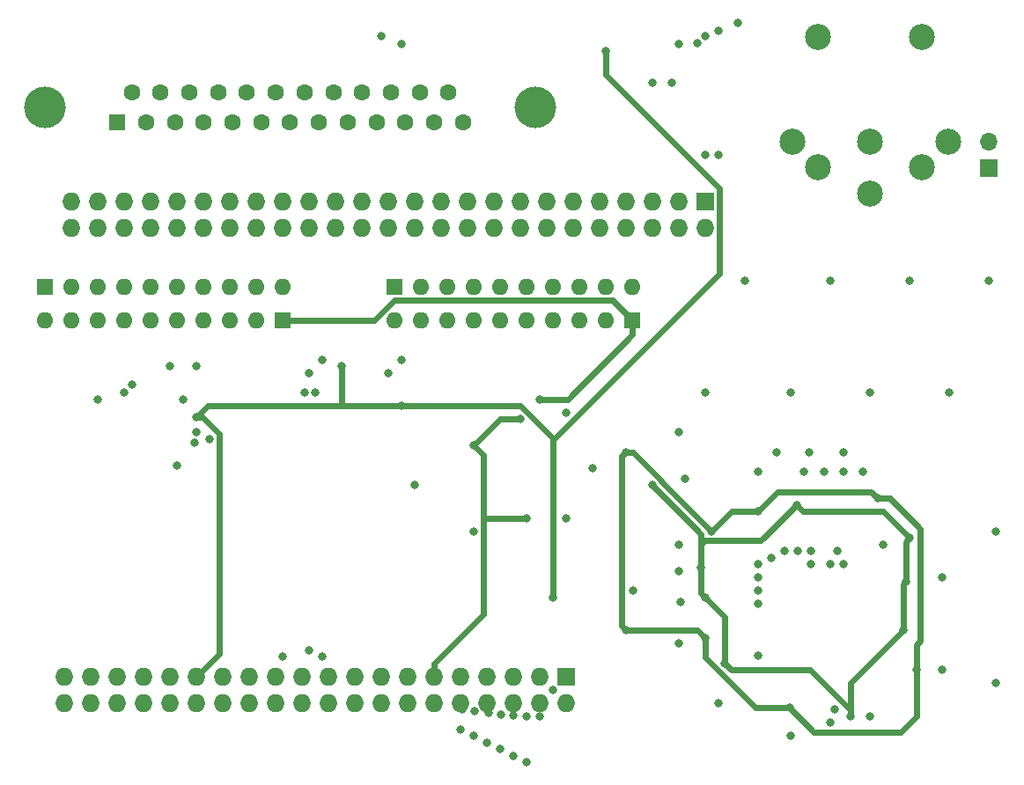
<source format=gbr>
G04 #@! TF.GenerationSoftware,KiCad,Pcbnew,(5.0.0)*
G04 #@! TF.CreationDate,2018-10-09T09:06:12+02:00*
G04 #@! TF.ProjectId,LiberPlayer,4C69626572506C617965722E6B696361,1.0*
G04 #@! TF.SameCoordinates,Original*
G04 #@! TF.FileFunction,Copper,L3,Inr,Plane*
G04 #@! TF.FilePolarity,Positive*
%FSLAX46Y46*%
G04 Gerber Fmt 4.6, Leading zero omitted, Abs format (unit mm)*
G04 Created by KiCad (PCBNEW (5.0.0)) date 10/09/18 09:06:12*
%MOMM*%
%LPD*%
G01*
G04 APERTURE LIST*
G04 #@! TA.AperFunction,ViaPad*
%ADD10C,2.500000*%
G04 #@! TD*
G04 #@! TA.AperFunction,ViaPad*
%ADD11R,1.700000X1.700000*%
G04 #@! TD*
G04 #@! TA.AperFunction,ViaPad*
%ADD12O,1.700000X1.700000*%
G04 #@! TD*
G04 #@! TA.AperFunction,ViaPad*
%ADD13R,1.727200X1.727200*%
G04 #@! TD*
G04 #@! TA.AperFunction,ViaPad*
%ADD14O,1.727200X1.727200*%
G04 #@! TD*
G04 #@! TA.AperFunction,ViaPad*
%ADD15R,1.600000X1.600000*%
G04 #@! TD*
G04 #@! TA.AperFunction,ViaPad*
%ADD16C,1.600000*%
G04 #@! TD*
G04 #@! TA.AperFunction,ViaPad*
%ADD17C,4.000000*%
G04 #@! TD*
G04 #@! TA.AperFunction,ViaPad*
%ADD18O,1.600000X1.600000*%
G04 #@! TD*
G04 #@! TA.AperFunction,ViaPad*
%ADD19C,0.800000*%
G04 #@! TD*
G04 #@! TA.AperFunction,Conductor*
%ADD20C,0.600000*%
G04 #@! TD*
G04 APERTURE END LIST*
D10*
G04 #@! TO.N,GND*
G04 #@! TO.C,J401*
X189785000Y-67430000D03*
X179785000Y-67430000D03*
G04 #@! TO.N,Net-(J401-Pad1)*
X177285000Y-77430000D03*
G04 #@! TO.N,Net-(J401-Pad3)*
X184785000Y-77430000D03*
G04 #@! TO.N,GND*
X192285000Y-77430000D03*
G04 #@! TO.N,Net-(J401-Pad4)*
X189785000Y-79930000D03*
G04 #@! TO.N,Net-(J401-Pad2)*
X179785000Y-79930000D03*
G04 #@! TO.N,N/C*
X184785000Y-82430000D03*
G04 #@! TD*
D11*
G04 #@! TO.N,Net-(C404-Pad1)*
G04 #@! TO.C,J402*
X196215000Y-80010000D03*
D12*
G04 #@! TO.N,GND*
X196215000Y-77470000D03*
G04 #@! TD*
D13*
G04 #@! TO.N,GND*
G04 #@! TO.C,J601*
X168910000Y-83185000D03*
D14*
G04 #@! TO.N,/Player Control/SCSI-1 Interface/~DB0*
X168910000Y-85725000D03*
G04 #@! TO.N,GND*
X166370000Y-83185000D03*
G04 #@! TO.N,/Player Control/SCSI-1 Interface/~DB1*
X166370000Y-85725000D03*
G04 #@! TO.N,GND*
X163830000Y-83185000D03*
G04 #@! TO.N,/Player Control/SCSI-1 Interface/~DB2*
X163830000Y-85725000D03*
G04 #@! TO.N,GND*
X161290000Y-83185000D03*
G04 #@! TO.N,/Player Control/SCSI-1 Interface/~DB3*
X161290000Y-85725000D03*
G04 #@! TO.N,GND*
X158750000Y-83185000D03*
G04 #@! TO.N,/Player Control/SCSI-1 Interface/~DB4*
X158750000Y-85725000D03*
G04 #@! TO.N,GND*
X156210000Y-83185000D03*
G04 #@! TO.N,/Player Control/SCSI-1 Interface/~DB5*
X156210000Y-85725000D03*
G04 #@! TO.N,GND*
X153670000Y-83185000D03*
G04 #@! TO.N,/Player Control/SCSI-1 Interface/~DB6*
X153670000Y-85725000D03*
G04 #@! TO.N,GND*
X151130000Y-83185000D03*
G04 #@! TO.N,/Player Control/SCSI-1 Interface/~DB7*
X151130000Y-85725000D03*
G04 #@! TO.N,GND*
X148590000Y-83185000D03*
G04 #@! TO.N,/Player Control/SCSI-1 Interface/~PARITY*
X148590000Y-85725000D03*
G04 #@! TO.N,GND*
X146050000Y-83185000D03*
X146050000Y-85725000D03*
X143510000Y-83185000D03*
X143510000Y-85725000D03*
X140970000Y-83185000D03*
X140970000Y-85725000D03*
X138430000Y-83185000D03*
G04 #@! TO.N,N/C*
X138430000Y-85725000D03*
G04 #@! TO.N,GND*
X135890000Y-83185000D03*
X135890000Y-85725000D03*
X133350000Y-83185000D03*
X133350000Y-85725000D03*
X130810000Y-83185000D03*
G04 #@! TO.N,/Player Control/SCSI-1 Interface/~ATN*
X130810000Y-85725000D03*
G04 #@! TO.N,GND*
X128270000Y-83185000D03*
G04 #@! TO.N,N/C*
X128270000Y-85725000D03*
G04 #@! TO.N,GND*
X125730000Y-83185000D03*
G04 #@! TO.N,/Player Control/SCSI-1 Interface/~BSY*
X125730000Y-85725000D03*
G04 #@! TO.N,GND*
X123190000Y-83185000D03*
G04 #@! TO.N,/Player Control/SCSI-1 Interface/~ACK*
X123190000Y-85725000D03*
G04 #@! TO.N,GND*
X120650000Y-83185000D03*
G04 #@! TO.N,/Player Control/SCSI-1 Interface/~RST*
X120650000Y-85725000D03*
G04 #@! TO.N,GND*
X118110000Y-83185000D03*
G04 #@! TO.N,/Player Control/SCSI-1 Interface/~MSG*
X118110000Y-85725000D03*
G04 #@! TO.N,GND*
X115570000Y-83185000D03*
G04 #@! TO.N,/Player Control/SCSI-1 Interface/~SEL*
X115570000Y-85725000D03*
G04 #@! TO.N,GND*
X113030000Y-83185000D03*
G04 #@! TO.N,/Player Control/SCSI-1 Interface/~C~D*
X113030000Y-85725000D03*
G04 #@! TO.N,GND*
X110490000Y-83185000D03*
G04 #@! TO.N,/Player Control/SCSI-1 Interface/~REQ*
X110490000Y-85725000D03*
G04 #@! TO.N,GND*
X107950000Y-83185000D03*
G04 #@! TO.N,/Player Control/SCSI-1 Interface/~I~O*
X107950000Y-85725000D03*
G04 #@! TD*
D15*
G04 #@! TO.N,N/C*
G04 #@! TO.C,J701*
X112395000Y-75565000D03*
D16*
G04 #@! TO.N,TxD*
X115165000Y-75565000D03*
G04 #@! TO.N,RxD*
X117935000Y-75565000D03*
G04 #@! TO.N,N/C*
X120705000Y-75565000D03*
G04 #@! TO.N,CTS*
X123475000Y-75565000D03*
G04 #@! TO.N,N/C*
X126245000Y-75565000D03*
G04 #@! TO.N,GND*
X129015000Y-75565000D03*
G04 #@! TO.N,N/C*
X131785000Y-75565000D03*
X134555000Y-75565000D03*
X137325000Y-75565000D03*
X140095000Y-75565000D03*
X142865000Y-75565000D03*
X145635000Y-75565000D03*
X113780000Y-72725000D03*
X116550000Y-72725000D03*
X119320000Y-72725000D03*
X122090000Y-72725000D03*
X124860000Y-72725000D03*
X127630000Y-72725000D03*
G04 #@! TO.N,DTR*
X130400000Y-72725000D03*
G04 #@! TO.N,N/C*
X133170000Y-72725000D03*
X135940000Y-72725000D03*
X138710000Y-72725000D03*
X141480000Y-72725000D03*
X144250000Y-72725000D03*
D17*
G04 #@! TO.N,GND*
X152565000Y-74145000D03*
X105465000Y-74145000D03*
G04 #@! TD*
D13*
G04 #@! TO.N,I2C_SCL*
G04 #@! TO.C,JP101*
X155575000Y-128905000D03*
D14*
G04 #@! TO.N,I2C_SDA*
X155575000Y-131445000D03*
G04 #@! TO.N,VideoD_Y0*
X153035000Y-128905000D03*
G04 #@! TO.N,VideoD_Y1*
X153035000Y-131445000D03*
G04 #@! TO.N,VideoD_Y2*
X150495000Y-128905000D03*
G04 #@! TO.N,VideoD_Y3*
X150495000Y-131445000D03*
G04 #@! TO.N,VideoD_Y4*
X147955000Y-128905000D03*
G04 #@! TO.N,VideoD_Y5*
X147955000Y-131445000D03*
G04 #@! TO.N,VideoD_Y6*
X145415000Y-128905000D03*
G04 #@! TO.N,VideoD_Y7*
X145415000Y-131445000D03*
G04 #@! TO.N,+5V*
X142875000Y-128905000D03*
G04 #@! TO.N,GND*
X142875000Y-131445000D03*
G04 #@! TO.N,VideoD_Y8*
X140335000Y-128905000D03*
G04 #@! TO.N,VideoD_Y9*
X140335000Y-131445000D03*
G04 #@! TO.N,VideoD_DCLK*
X137795000Y-128905000D03*
G04 #@! TO.N,VideoD_FSS*
X137795000Y-131445000D03*
G04 #@! TO.N,VideoD_~RESET*
X135255000Y-128905000D03*
G04 #@! TO.N,PC_SCK*
X135255000Y-131445000D03*
G04 #@! TO.N,PC_~CS*
X132715000Y-128905000D03*
G04 #@! TO.N,PC_SOut*
X132715000Y-131445000D03*
G04 #@! TO.N,PC_SIn*
X130175000Y-128905000D03*
G04 #@! TO.N,N/C*
X130175000Y-131445000D03*
X127635000Y-128905000D03*
X127635000Y-131445000D03*
X125095000Y-128905000D03*
X125095000Y-131445000D03*
X122555000Y-128905000D03*
X122555000Y-131445000D03*
G04 #@! TO.N,+3V3*
X120015000Y-128905000D03*
G04 #@! TO.N,GND*
X120015000Y-131445000D03*
G04 #@! TO.N,N/C*
X117475000Y-128905000D03*
X117475000Y-131445000D03*
X114935000Y-128905000D03*
X114935000Y-131445000D03*
X112395000Y-128905000D03*
X112395000Y-131445000D03*
X109855000Y-128905000D03*
X109855000Y-131445000D03*
X107315000Y-128905000D03*
X107315000Y-131445000D03*
G04 #@! TD*
D18*
G04 #@! TO.N,/Player Control/SCSI-1 Interface/~PARITY*
G04 #@! TO.C,RN601*
X139065000Y-94615000D03*
G04 #@! TO.N,/Player Control/SCSI-1 Interface/~DB7*
X141605000Y-94615000D03*
G04 #@! TO.N,/Player Control/SCSI-1 Interface/~DB6*
X144145000Y-94615000D03*
G04 #@! TO.N,/Player Control/SCSI-1 Interface/~DB5*
X146685000Y-94615000D03*
G04 #@! TO.N,/Player Control/SCSI-1 Interface/~DB4*
X149225000Y-94615000D03*
G04 #@! TO.N,/Player Control/SCSI-1 Interface/~DB3*
X151765000Y-94615000D03*
G04 #@! TO.N,/Player Control/SCSI-1 Interface/~DB2*
X154305000Y-94615000D03*
G04 #@! TO.N,/Player Control/SCSI-1 Interface/~DB1*
X156845000Y-94615000D03*
G04 #@! TO.N,/Player Control/SCSI-1 Interface/~DB0*
X159385000Y-94615000D03*
D15*
G04 #@! TO.N,+5V*
X161925000Y-94615000D03*
G04 #@! TD*
G04 #@! TO.N,GND*
G04 #@! TO.C,RN602*
X139065000Y-91440000D03*
D18*
G04 #@! TO.N,/Player Control/SCSI-1 Interface/~PARITY*
X141605000Y-91440000D03*
G04 #@! TO.N,/Player Control/SCSI-1 Interface/~DB7*
X144145000Y-91440000D03*
G04 #@! TO.N,/Player Control/SCSI-1 Interface/~DB6*
X146685000Y-91440000D03*
G04 #@! TO.N,/Player Control/SCSI-1 Interface/~DB5*
X149225000Y-91440000D03*
G04 #@! TO.N,/Player Control/SCSI-1 Interface/~DB4*
X151765000Y-91440000D03*
G04 #@! TO.N,/Player Control/SCSI-1 Interface/~DB3*
X154305000Y-91440000D03*
G04 #@! TO.N,/Player Control/SCSI-1 Interface/~DB2*
X156845000Y-91440000D03*
G04 #@! TO.N,/Player Control/SCSI-1 Interface/~DB1*
X159385000Y-91440000D03*
G04 #@! TO.N,/Player Control/SCSI-1 Interface/~DB0*
X161925000Y-91440000D03*
G04 #@! TD*
G04 #@! TO.N,/Player Control/SCSI-1 Interface/~I~O*
G04 #@! TO.C,RN603*
X105410000Y-94615000D03*
G04 #@! TO.N,/Player Control/SCSI-1 Interface/~REQ*
X107950000Y-94615000D03*
G04 #@! TO.N,/Player Control/SCSI-1 Interface/~C~D*
X110490000Y-94615000D03*
G04 #@! TO.N,/Player Control/SCSI-1 Interface/~SEL*
X113030000Y-94615000D03*
G04 #@! TO.N,/Player Control/SCSI-1 Interface/~MSG*
X115570000Y-94615000D03*
G04 #@! TO.N,/Player Control/SCSI-1 Interface/~RST*
X118110000Y-94615000D03*
G04 #@! TO.N,/Player Control/SCSI-1 Interface/~ACK*
X120650000Y-94615000D03*
G04 #@! TO.N,/Player Control/SCSI-1 Interface/~BSY*
X123190000Y-94615000D03*
G04 #@! TO.N,/Player Control/SCSI-1 Interface/~ATN*
X125730000Y-94615000D03*
D15*
G04 #@! TO.N,+5V*
X128270000Y-94615000D03*
G04 #@! TD*
G04 #@! TO.N,GND*
G04 #@! TO.C,RN604*
X105410000Y-91440000D03*
D18*
G04 #@! TO.N,/Player Control/SCSI-1 Interface/~I~O*
X107950000Y-91440000D03*
G04 #@! TO.N,/Player Control/SCSI-1 Interface/~REQ*
X110490000Y-91440000D03*
G04 #@! TO.N,/Player Control/SCSI-1 Interface/~C~D*
X113030000Y-91440000D03*
G04 #@! TO.N,/Player Control/SCSI-1 Interface/~SEL*
X115570000Y-91440000D03*
G04 #@! TO.N,/Player Control/SCSI-1 Interface/~MSG*
X118110000Y-91440000D03*
G04 #@! TO.N,/Player Control/SCSI-1 Interface/~RST*
X120650000Y-91440000D03*
G04 #@! TO.N,/Player Control/SCSI-1 Interface/~ACK*
X123190000Y-91440000D03*
G04 #@! TO.N,/Player Control/SCSI-1 Interface/~BSY*
X125730000Y-91440000D03*
G04 #@! TO.N,/Player Control/SCSI-1 Interface/~ATN*
X128270000Y-91440000D03*
G04 #@! TD*
D19*
G04 #@! TO.N,GND*
X172085000Y-66040000D03*
X138430000Y-99695000D03*
X172720000Y-90805000D03*
X196215000Y-90805000D03*
X188595000Y-90805000D03*
X180975000Y-90805000D03*
X177800000Y-116840000D03*
X178435000Y-109220000D03*
X179070000Y-116840000D03*
X180340000Y-109220000D03*
X181610000Y-116840000D03*
X182245000Y-109220000D03*
X170180000Y-131445000D03*
X166370000Y-125730000D03*
X166370000Y-116205000D03*
X166565153Y-121724847D03*
X166370000Y-118745000D03*
X166370000Y-118745000D03*
X167005000Y-109855000D03*
X173990000Y-109220000D03*
X184060000Y-109220000D03*
X191741097Y-128298903D03*
X191741097Y-119380000D03*
X184785000Y-132715000D03*
X177165000Y-134620000D03*
X196850000Y-114935000D03*
X196850000Y-129540000D03*
X146685000Y-114935000D03*
X155575000Y-113665000D03*
X155575000Y-103505000D03*
X166370000Y-105410000D03*
X162015000Y-120650000D03*
X118745000Y-102235022D03*
G04 #@! TO.N,+1V8D*
X163830000Y-110490000D03*
X168526862Y-118436414D03*
X168910000Y-121285000D03*
X170815000Y-127635000D03*
X182880000Y-132715000D03*
X187960000Y-124460000D03*
X188204228Y-119770772D03*
X188595000Y-115570000D03*
X177710000Y-112395000D03*
G04 #@! TO.N,+3V3D*
X161290000Y-124460000D03*
X161290000Y-107315000D03*
X168910000Y-125185000D03*
X177035167Y-131908601D03*
X169545000Y-114935000D03*
X173990000Y-113030000D03*
X185510000Y-111760000D03*
X189230000Y-128270000D03*
G04 #@! TO.N,+5V*
X146685000Y-106680000D03*
X151765000Y-113665000D03*
X153035000Y-102235000D03*
X151130000Y-104140000D03*
G04 #@! TO.N,+3V3*
X139700000Y-102870000D03*
X133985000Y-99060000D03*
X119996280Y-103996264D03*
X159385000Y-68760000D03*
X154305000Y-121285000D03*
G04 #@! TO.N,/Video Digitizer/RGB_Red*
X168910000Y-101600000D03*
X176530000Y-116840000D03*
G04 #@! TO.N,/Video Digitizer/RGB_Green*
X177165000Y-101600000D03*
X180975000Y-118110000D03*
G04 #@! TO.N,/Video Digitizer/RGB_Blue*
X184785000Y-101600000D03*
X186055000Y-116205000D03*
G04 #@! TO.N,/Video Front-End/CVBS_Sync*
X192405000Y-101600000D03*
X173990000Y-118110000D03*
G04 #@! TO.N,TxD*
X166370000Y-68035000D03*
X139700000Y-68035000D03*
G04 #@! TO.N,RxD*
X168185000Y-68017108D03*
X137795000Y-67310000D03*
G04 #@! TO.N,CTS*
X168910000Y-67310000D03*
G04 #@! TO.N,DTR*
X170180000Y-66765000D03*
G04 #@! TO.N,VideoD_Y0*
X154287135Y-130192865D03*
X181350118Y-132080000D03*
G04 #@! TO.N,VideoD_Y1*
X153035000Y-132715000D03*
X180975000Y-133350000D03*
G04 #@! TO.N,VideoD_Y2*
X151765000Y-132715000D03*
X151765000Y-137160000D03*
G04 #@! TO.N,VideoD_Y3*
X150508500Y-132665255D03*
X150495000Y-136525000D03*
G04 #@! TO.N,VideoD_Y4*
X149308202Y-132608367D03*
X149225000Y-135890000D03*
G04 #@! TO.N,VideoD_Y5*
X147955000Y-135255000D03*
X148076786Y-132454955D03*
G04 #@! TO.N,VideoD_Y6*
X146685000Y-134620562D03*
X146746421Y-132270528D03*
G04 #@! TO.N,VideoD_Y7*
X145534990Y-132084977D03*
X145415000Y-133985000D03*
G04 #@! TO.N,VideoD_FSS*
X173990000Y-126910000D03*
G04 #@! TO.N,/Power Supply/~RESET*
X173990000Y-119380000D03*
X158115000Y-108910000D03*
G04 #@! TO.N,I2C_SCL*
X173990000Y-120650000D03*
G04 #@! TO.N,I2C_SDA*
X173990000Y-121920000D03*
G04 #@! TO.N,/Player Control/RS232C Interface/RS232_CTS*
X168910000Y-78740000D03*
X120039342Y-105446276D03*
G04 #@! TO.N,/Player Control/RS232C Interface/RS232_RxD*
X163830000Y-71755000D03*
X119872423Y-106432258D03*
G04 #@! TO.N,/Player Control/RS232C Interface/RS232_DTR*
X170180000Y-78740000D03*
X121285000Y-106044986D03*
G04 #@! TO.N,/Player Control/RS232C Interface/RS232_TxD*
X118110000Y-108585000D03*
X165735000Y-71755000D03*
G04 #@! TO.N,Net-(C210-Pad1)*
X182245000Y-107315000D03*
X182245000Y-118110000D03*
G04 #@! TO.N,Net-(C215-Pad1)*
X178889999Y-107315000D03*
X179070000Y-118110000D03*
G04 #@! TO.N,Net-(C217-Pad1)*
X175805000Y-107315000D03*
X175260000Y-117475000D03*
G04 #@! TO.N,PC_SCK*
X113779761Y-100850239D03*
X130405035Y-101600000D03*
G04 #@! TO.N,PC_~CS*
X113072653Y-101557347D03*
X131445000Y-101600000D03*
X128270000Y-127000000D03*
X132080000Y-127000000D03*
G04 #@! TO.N,PC_SOut*
X117475000Y-99060000D03*
X130810000Y-126365000D03*
G04 #@! TO.N,PC_SIn*
X139700000Y-98425000D03*
X140970000Y-110490000D03*
G04 #@! TO.N,Net-(R501-Pad2)*
X110490000Y-102235000D03*
X132080000Y-98425000D03*
G04 #@! TO.N,Net-(U501-Pad14)*
X130810000Y-99695000D03*
X120015000Y-99060000D03*
G04 #@! TD*
D20*
G04 #@! TO.N,+1V8D*
X163830000Y-110490000D02*
X168526862Y-115186862D01*
X168526862Y-120901862D02*
X168910000Y-121285000D01*
X168526862Y-118436414D02*
X168526862Y-120901862D01*
X170815000Y-123190000D02*
X170815000Y-127635000D01*
X168910000Y-121285000D02*
X170815000Y-123190000D01*
X182880000Y-132149315D02*
X182880000Y-132715000D01*
X179000685Y-128270000D02*
X182880000Y-132149315D01*
X171450000Y-128270000D02*
X179000685Y-128270000D01*
X170815000Y-127635000D02*
X171450000Y-128270000D01*
X182880000Y-129540000D02*
X187960000Y-124460000D01*
X182880000Y-132715000D02*
X182880000Y-129540000D01*
X187960000Y-120015000D02*
X188204228Y-119770772D01*
X187960000Y-124460000D02*
X187960000Y-120015000D01*
X188204228Y-115960772D02*
X188595000Y-115570000D01*
X188204228Y-119770772D02*
X188204228Y-115960772D01*
X178109999Y-112794999D02*
X177710000Y-112395000D01*
X178345000Y-113030000D02*
X178109999Y-112794999D01*
X186055000Y-113030000D02*
X178345000Y-113030000D01*
X188595000Y-115570000D02*
X186055000Y-113030000D01*
X168896861Y-115835001D02*
X168526862Y-116205000D01*
X174269999Y-115835001D02*
X168896861Y-115835001D01*
X177710000Y-112395000D02*
X174269999Y-115835001D01*
X168526862Y-115186862D02*
X168526862Y-116205000D01*
X168526862Y-116205000D02*
X168526862Y-118436414D01*
G04 #@! TO.N,+3V3D*
X160890001Y-124060001D02*
X161290000Y-124460000D01*
X160890001Y-107714999D02*
X160890001Y-124060001D01*
X161290000Y-107315000D02*
X160890001Y-107714999D01*
X168185000Y-124460000D02*
X168910000Y-125185000D01*
X161290000Y-124460000D02*
X168185000Y-124460000D01*
X176469482Y-131908601D02*
X177035167Y-131908601D01*
X173756599Y-131908601D02*
X176469482Y-131908601D01*
X168910000Y-127062002D02*
X173756599Y-131908601D01*
X168910000Y-125185000D02*
X168910000Y-127062002D01*
X179376567Y-134250001D02*
X187694999Y-134250001D01*
X177035167Y-131908601D02*
X179376567Y-134250001D01*
X189230000Y-132715000D02*
X189230000Y-128270000D01*
X187694999Y-134250001D02*
X189230000Y-132715000D01*
X189629999Y-114699999D02*
X189629999Y-125494999D01*
X186690000Y-111760000D02*
X189629999Y-114699999D01*
X189230000Y-125894998D02*
X189230000Y-128270000D01*
X189629999Y-125494999D02*
X189230000Y-125894998D01*
X185510000Y-111760000D02*
X184875000Y-111125000D01*
X175895000Y-111125000D02*
X173990000Y-113030000D01*
X184875000Y-111125000D02*
X175895000Y-111125000D01*
X171450000Y-113030000D02*
X169545000Y-114935000D01*
X173990000Y-113030000D02*
X171450000Y-113030000D01*
X161855685Y-107315000D02*
X161290000Y-107315000D01*
X161987002Y-107315000D02*
X161855685Y-107315000D01*
X164730001Y-110057999D02*
X161987002Y-107315000D01*
X164730001Y-110120001D02*
X164730001Y-110057999D01*
X169545000Y-114935000D02*
X164730001Y-110120001D01*
X186690000Y-111760000D02*
X185510000Y-111760000D01*
G04 #@! TO.N,+5V*
X147084999Y-107079999D02*
X146685000Y-106680000D01*
X147585001Y-107580001D02*
X147084999Y-107079999D01*
X142875000Y-127683686D02*
X147585001Y-122973685D01*
X142875000Y-128905000D02*
X142875000Y-127683686D01*
X151765000Y-113665000D02*
X147585001Y-113665000D01*
X147585001Y-122973685D02*
X147585001Y-113665000D01*
X147585001Y-113665000D02*
X147585001Y-107580001D01*
X153600685Y-102235000D02*
X153035000Y-102235000D01*
X155705000Y-102235000D02*
X153600685Y-102235000D01*
X161925000Y-96015000D02*
X155705000Y-102235000D01*
X161925000Y-94615000D02*
X161925000Y-96015000D01*
X160050001Y-92740001D02*
X161925000Y-94615000D01*
X139015997Y-92740001D02*
X160050001Y-92740001D01*
X137140998Y-94615000D02*
X139015997Y-92740001D01*
X128270000Y-94615000D02*
X137140998Y-94615000D01*
X150564315Y-104140000D02*
X151130000Y-104140000D01*
X149225000Y-104140000D02*
X150564315Y-104140000D01*
X146685000Y-106680000D02*
X149225000Y-104140000D01*
G04 #@! TO.N,+3V3*
X120561965Y-103996264D02*
X119996280Y-103996264D01*
X120568280Y-103996264D02*
X120561965Y-103996264D01*
X122185001Y-105612985D02*
X120568280Y-103996264D01*
X122185001Y-126734999D02*
X122185001Y-105612985D01*
X120015000Y-128905000D02*
X122185001Y-126734999D01*
X139700000Y-102870000D02*
X137795000Y-102870000D01*
X159385000Y-68760000D02*
X159385000Y-71025002D01*
X159385000Y-71025002D02*
X170273601Y-81913603D01*
X154305000Y-111387998D02*
X154305000Y-121285000D01*
X154305000Y-105982998D02*
X154305000Y-111387998D01*
X151192002Y-102870000D02*
X154305000Y-105982998D01*
X139700000Y-102870000D02*
X151192002Y-102870000D01*
X170273601Y-90138401D02*
X170273601Y-86995000D01*
X154429004Y-105982998D02*
X170273601Y-90138401D01*
X154305000Y-105982998D02*
X154429004Y-105982998D01*
X170273601Y-81913603D02*
X170273601Y-86995000D01*
X132247000Y-102870000D02*
X139700000Y-102870000D01*
X121122544Y-102870000D02*
X119996280Y-103996264D01*
X133985000Y-99060000D02*
X133985000Y-102870000D01*
X139700000Y-102870000D02*
X133985000Y-102870000D01*
X133985000Y-102870000D02*
X121122544Y-102870000D01*
G04 #@! TD*
M02*

</source>
